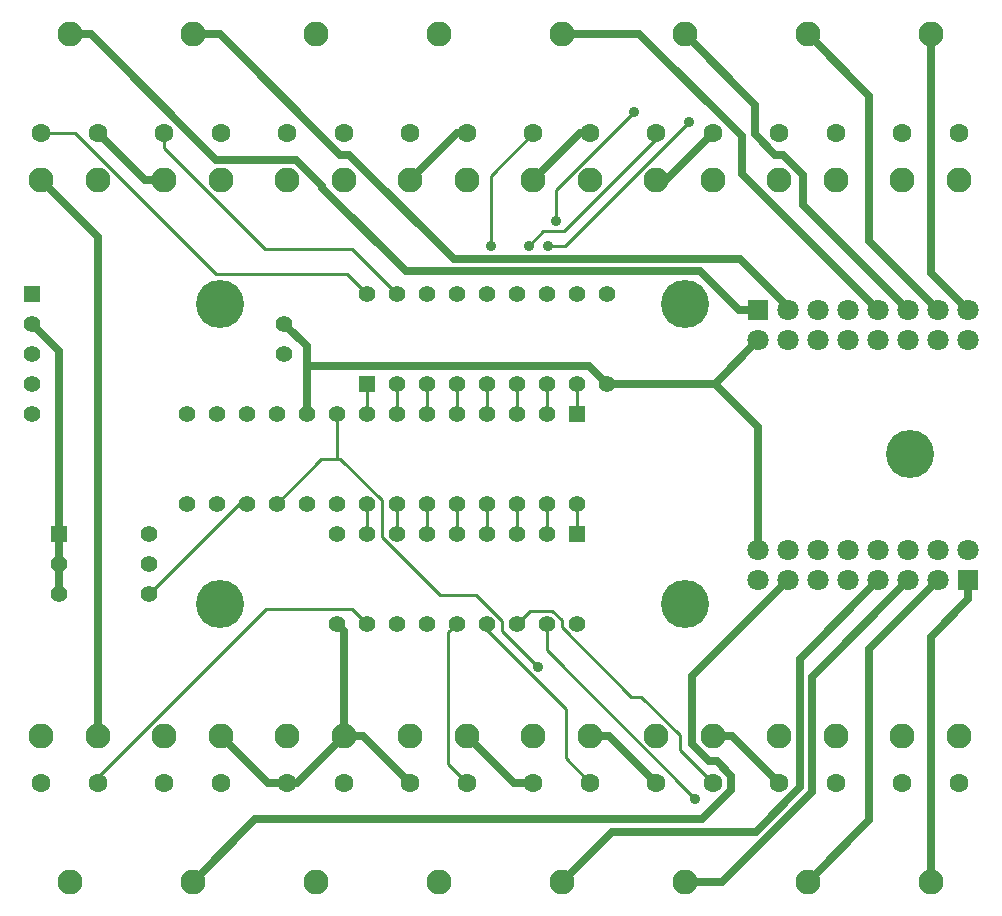
<source format=gbl>
G04 (created by PCBNEW (2013-07-07 BZR 4022)-stable) date 3/14/2014 4:09:09 PM*
%MOIN*%
G04 Gerber Fmt 3.4, Leading zero omitted, Abs format*
%FSLAX34Y34*%
G01*
G70*
G90*
G04 APERTURE LIST*
%ADD10C,0.00590551*%
%ADD11R,0.055X0.055*%
%ADD12C,0.055*%
%ADD13C,0.083*%
%ADD14C,0.063*%
%ADD15R,0.0708661X0.0708661*%
%ADD16C,0.0708661*%
%ADD17C,0.16*%
%ADD18C,0.035*%
%ADD19C,0.025*%
%ADD20C,0.01*%
G04 APERTURE END LIST*
G54D10*
G54D11*
X40250Y-37500D03*
G54D12*
X40250Y-38500D03*
X40250Y-39500D03*
X40250Y-40500D03*
X40250Y-41500D03*
G54D11*
X41150Y-45500D03*
G54D12*
X41150Y-46500D03*
X41150Y-47500D03*
X44150Y-47500D03*
X44150Y-46500D03*
X44150Y-45500D03*
X57400Y-41500D03*
X56400Y-41500D03*
X55400Y-41500D03*
X54400Y-41500D03*
X53400Y-41500D03*
X52400Y-41500D03*
X51400Y-41500D03*
X50400Y-41500D03*
X49400Y-41500D03*
X48400Y-41500D03*
X47400Y-41500D03*
X46400Y-41500D03*
X45400Y-41500D03*
G54D11*
X58400Y-41500D03*
G54D12*
X45400Y-44500D03*
X46400Y-44500D03*
X47400Y-44500D03*
X48400Y-44500D03*
X49400Y-44500D03*
X50400Y-44500D03*
X51400Y-44500D03*
X52400Y-44500D03*
X53400Y-44500D03*
X54400Y-44500D03*
X55400Y-44500D03*
X56400Y-44500D03*
X57400Y-44500D03*
X58400Y-44500D03*
G54D11*
X51400Y-40500D03*
G54D12*
X52400Y-40500D03*
X53400Y-40500D03*
X54400Y-40500D03*
X55400Y-40500D03*
X56400Y-40500D03*
X57400Y-40500D03*
X58400Y-40500D03*
X59400Y-40500D03*
X59400Y-37500D03*
X58400Y-37500D03*
X57400Y-37500D03*
X56400Y-37500D03*
X55400Y-37500D03*
X54400Y-37500D03*
X53400Y-37500D03*
X52400Y-37500D03*
X51400Y-37500D03*
G54D11*
X58400Y-45500D03*
G54D12*
X57400Y-45500D03*
X56400Y-45500D03*
X55400Y-45500D03*
X54400Y-45500D03*
X53400Y-45500D03*
X52400Y-45500D03*
X51400Y-45500D03*
X50400Y-45500D03*
X50400Y-48500D03*
X51400Y-48500D03*
X52400Y-48500D03*
X53400Y-48500D03*
X54400Y-48500D03*
X55400Y-48500D03*
X56400Y-48500D03*
X57400Y-48500D03*
X58400Y-48500D03*
X48650Y-39500D03*
X48650Y-38500D03*
G54D13*
X41500Y-28850D03*
G54D14*
X40550Y-32150D03*
X42450Y-32150D03*
G54D13*
X40550Y-33720D03*
X42450Y-33720D03*
X45600Y-28850D03*
G54D14*
X44650Y-32150D03*
X46550Y-32150D03*
G54D13*
X44650Y-33720D03*
X46550Y-33720D03*
X49700Y-28850D03*
G54D14*
X48750Y-32150D03*
X50650Y-32150D03*
G54D13*
X48750Y-33720D03*
X50650Y-33720D03*
X53800Y-28850D03*
G54D14*
X52850Y-32150D03*
X54750Y-32150D03*
G54D13*
X52850Y-33720D03*
X54750Y-33720D03*
X57900Y-28850D03*
G54D14*
X56950Y-32150D03*
X58850Y-32150D03*
G54D13*
X56950Y-33720D03*
X58850Y-33720D03*
X62000Y-28850D03*
G54D14*
X61050Y-32150D03*
X62950Y-32150D03*
G54D13*
X61050Y-33720D03*
X62950Y-33720D03*
X66100Y-28850D03*
G54D14*
X65150Y-32150D03*
X67050Y-32150D03*
G54D13*
X65150Y-33720D03*
X67050Y-33720D03*
X70200Y-28850D03*
G54D14*
X69250Y-32150D03*
X71150Y-32150D03*
G54D13*
X69250Y-33720D03*
X71150Y-33720D03*
X41500Y-57100D03*
G54D14*
X42450Y-53800D03*
X40550Y-53800D03*
G54D13*
X42450Y-52230D03*
X40550Y-52230D03*
X45600Y-57100D03*
G54D14*
X46550Y-53800D03*
X44650Y-53800D03*
G54D13*
X46550Y-52230D03*
X44650Y-52230D03*
X49700Y-57100D03*
G54D14*
X50650Y-53800D03*
X48750Y-53800D03*
G54D13*
X50650Y-52230D03*
X48750Y-52230D03*
X53800Y-57100D03*
G54D14*
X54750Y-53800D03*
X52850Y-53800D03*
G54D13*
X54750Y-52230D03*
X52850Y-52230D03*
X57900Y-57100D03*
G54D14*
X58850Y-53800D03*
X56950Y-53800D03*
G54D13*
X58850Y-52230D03*
X56950Y-52230D03*
X62000Y-57100D03*
G54D14*
X62950Y-53800D03*
X61050Y-53800D03*
G54D13*
X62950Y-52230D03*
X61050Y-52230D03*
X66100Y-57100D03*
G54D14*
X67050Y-53800D03*
X65150Y-53800D03*
G54D13*
X67050Y-52230D03*
X65150Y-52230D03*
X70200Y-57100D03*
G54D14*
X71150Y-53800D03*
X69250Y-53800D03*
G54D13*
X71150Y-52230D03*
X69250Y-52230D03*
G54D15*
X71450Y-47050D03*
G54D16*
X71450Y-46050D03*
X70450Y-47050D03*
X70450Y-46050D03*
X69450Y-47050D03*
X69450Y-46050D03*
X68450Y-47050D03*
X68450Y-46050D03*
X67450Y-47050D03*
X67450Y-46050D03*
X66450Y-47050D03*
X66450Y-46050D03*
X65450Y-47050D03*
X65450Y-46050D03*
X64450Y-47050D03*
X64450Y-46050D03*
G54D15*
X64450Y-38050D03*
G54D16*
X64450Y-39050D03*
X65450Y-38050D03*
X65450Y-39050D03*
X66450Y-38050D03*
X66450Y-39050D03*
X67450Y-38050D03*
X67450Y-39050D03*
X68450Y-38050D03*
X68450Y-39050D03*
X69450Y-38050D03*
X69450Y-39050D03*
X70450Y-38050D03*
X70450Y-39050D03*
X71450Y-38050D03*
X71450Y-39050D03*
G54D17*
X46500Y-47850D03*
X46500Y-37850D03*
X62000Y-37850D03*
X62000Y-47850D03*
X69500Y-42850D03*
G54D18*
X55540Y-35897D03*
X56805Y-35899D03*
X62132Y-31767D03*
X57431Y-35894D03*
X60325Y-31433D03*
X57709Y-35089D03*
X62349Y-54329D03*
X57116Y-49936D03*
G54D19*
X63580Y-52230D02*
X62950Y-52230D01*
X65150Y-53800D02*
X63580Y-52230D01*
X50650Y-48750D02*
X50400Y-48500D01*
X50650Y-52230D02*
X50650Y-48750D01*
X49080Y-53800D02*
X50650Y-52230D01*
X48750Y-53800D02*
X49080Y-53800D01*
X48120Y-53800D02*
X48750Y-53800D01*
X46550Y-52230D02*
X48120Y-53800D01*
X54420Y-32150D02*
X54750Y-32150D01*
X52850Y-33720D02*
X54420Y-32150D01*
X42450Y-35620D02*
X42450Y-52230D01*
X40550Y-33720D02*
X42450Y-35620D01*
X44020Y-33720D02*
X42450Y-32150D01*
X44650Y-33720D02*
X44020Y-33720D01*
X51280Y-52230D02*
X50650Y-52230D01*
X52850Y-53800D02*
X51280Y-52230D01*
X59480Y-52230D02*
X58850Y-52230D01*
X61050Y-53800D02*
X59480Y-52230D01*
X58520Y-32150D02*
X56950Y-33720D01*
X58850Y-32150D02*
X58520Y-32150D01*
X61380Y-33720D02*
X62950Y-32150D01*
X61050Y-33720D02*
X61380Y-33720D01*
X56320Y-53800D02*
X54750Y-52230D01*
X56950Y-53800D02*
X56320Y-53800D01*
X41150Y-46500D02*
X41150Y-47500D01*
X41150Y-39400D02*
X41150Y-45500D01*
X40250Y-38500D02*
X41150Y-39400D01*
X41150Y-45500D02*
X41150Y-46500D01*
X58824Y-39924D02*
X59400Y-40500D01*
X49400Y-39924D02*
X58824Y-39924D01*
X49400Y-39250D02*
X49400Y-39924D01*
X48650Y-38500D02*
X49400Y-39250D01*
X49400Y-39924D02*
X49400Y-41500D01*
X64450Y-41950D02*
X64450Y-46050D01*
X63000Y-40500D02*
X64450Y-41950D01*
X64450Y-39050D02*
X63000Y-40500D01*
X63000Y-40500D02*
X59400Y-40500D01*
G54D20*
X51400Y-45500D02*
X51400Y-44500D01*
X52400Y-44500D02*
X52400Y-45500D01*
X53400Y-45500D02*
X53400Y-44500D01*
X54400Y-45500D02*
X54400Y-44500D01*
X55400Y-45500D02*
X55400Y-44500D01*
X56400Y-45500D02*
X56400Y-44500D01*
X57400Y-45500D02*
X57400Y-44500D01*
X58400Y-45500D02*
X58400Y-44500D01*
X58400Y-40500D02*
X58400Y-41500D01*
X57400Y-40500D02*
X57400Y-41500D01*
X56400Y-40500D02*
X56400Y-41500D01*
X55400Y-40500D02*
X55400Y-41500D01*
X54400Y-40500D02*
X54400Y-41500D01*
X53400Y-40500D02*
X53400Y-41500D01*
X52400Y-40500D02*
X52400Y-41500D01*
X51400Y-40500D02*
X51400Y-41500D01*
X47150Y-44500D02*
X47400Y-44500D01*
X44150Y-47500D02*
X47150Y-44500D01*
X50905Y-36005D02*
X52400Y-37500D01*
X48029Y-36005D02*
X50905Y-36005D01*
X44650Y-32626D02*
X48029Y-36005D01*
X44650Y-32150D02*
X44650Y-32626D01*
X55540Y-33559D02*
X55540Y-35897D01*
X56950Y-32150D02*
X55540Y-33559D01*
X57281Y-35423D02*
X56805Y-35899D01*
X57973Y-35423D02*
X57281Y-35423D01*
X61050Y-32346D02*
X57973Y-35423D01*
X61050Y-32150D02*
X61050Y-32346D01*
X58005Y-35894D02*
X62132Y-31767D01*
X57431Y-35894D02*
X58005Y-35894D01*
X57709Y-34049D02*
X57709Y-35089D01*
X60325Y-31433D02*
X57709Y-34049D01*
X57400Y-49379D02*
X62349Y-54329D01*
X57400Y-48500D02*
X57400Y-49379D01*
X56839Y-48060D02*
X56400Y-48500D01*
X57578Y-48060D02*
X56839Y-48060D01*
X57900Y-48381D02*
X57578Y-48060D01*
X57900Y-48619D02*
X57900Y-48381D01*
X60210Y-50930D02*
X57900Y-48619D01*
X60562Y-50930D02*
X60210Y-50930D01*
X61844Y-52211D02*
X60562Y-50930D01*
X61844Y-52694D02*
X61844Y-52211D01*
X62950Y-53800D02*
X61844Y-52694D01*
X58034Y-52984D02*
X58850Y-53800D01*
X58034Y-51334D02*
X58034Y-52984D01*
X55400Y-48699D02*
X58034Y-51334D01*
X55400Y-48500D02*
X55400Y-48699D01*
X54112Y-48787D02*
X54400Y-48500D01*
X54112Y-53162D02*
X54112Y-48787D01*
X54750Y-53800D02*
X54112Y-53162D01*
X50904Y-48004D02*
X51400Y-48500D01*
X48054Y-48004D02*
X50904Y-48004D01*
X42450Y-53608D02*
X48054Y-48004D01*
X42450Y-53800D02*
X42450Y-53608D01*
X50735Y-36835D02*
X51400Y-37500D01*
X46369Y-36835D02*
X50735Y-36835D01*
X41684Y-32150D02*
X46369Y-36835D01*
X40550Y-32150D02*
X41684Y-32150D01*
G54D19*
X70200Y-48929D02*
X70200Y-57100D01*
X71450Y-47679D02*
X70200Y-48929D01*
X71450Y-47050D02*
X71450Y-47679D01*
X65450Y-37946D02*
X65450Y-38050D01*
X63856Y-36352D02*
X65450Y-37946D01*
X54301Y-36352D02*
X63856Y-36352D01*
X50812Y-32864D02*
X54301Y-36352D01*
X50523Y-32864D02*
X50812Y-32864D01*
X46509Y-28850D02*
X50523Y-32864D01*
X45600Y-28850D02*
X46509Y-28850D01*
X60495Y-28850D02*
X57900Y-28850D01*
X63901Y-32255D02*
X60495Y-28850D01*
X63901Y-33501D02*
X63901Y-32255D01*
X68450Y-38050D02*
X63901Y-33501D01*
X64343Y-31193D02*
X62000Y-28850D01*
X64343Y-32187D02*
X64343Y-31193D01*
X65021Y-32865D02*
X64343Y-32187D01*
X65283Y-32865D02*
X65021Y-32865D01*
X65955Y-33536D02*
X65283Y-32865D01*
X65955Y-34555D02*
X65955Y-33536D01*
X69450Y-38050D02*
X65955Y-34555D01*
X68150Y-30900D02*
X66100Y-28850D01*
X68150Y-35750D02*
X68150Y-30900D01*
X70450Y-38050D02*
X68150Y-35750D01*
X70200Y-36800D02*
X70200Y-28850D01*
X71450Y-38050D02*
X70200Y-36800D01*
X68150Y-55049D02*
X66100Y-57100D01*
X68150Y-49349D02*
X68150Y-55049D01*
X70450Y-47050D02*
X68150Y-49349D01*
X66240Y-50259D02*
X69450Y-47050D01*
X66240Y-54116D02*
X66240Y-50259D01*
X63256Y-57100D02*
X66240Y-54116D01*
X62000Y-57100D02*
X63256Y-57100D01*
X65840Y-49659D02*
X68450Y-47050D01*
X65840Y-53950D02*
X65840Y-49659D01*
X64363Y-55427D02*
X65840Y-53950D01*
X59572Y-55427D02*
X64363Y-55427D01*
X57900Y-57100D02*
X59572Y-55427D01*
X47674Y-55025D02*
X45600Y-57100D01*
X62569Y-55025D02*
X47674Y-55025D01*
X63560Y-54033D02*
X62569Y-55025D01*
X63560Y-53574D02*
X63560Y-54033D01*
X63071Y-53084D02*
X63560Y-53574D01*
X62824Y-53084D02*
X63071Y-53084D01*
X62257Y-52517D02*
X62824Y-53084D01*
X62257Y-50242D02*
X62257Y-52517D01*
X65450Y-47050D02*
X62257Y-50242D01*
X64450Y-38050D02*
X63820Y-38050D01*
X62523Y-36753D02*
X63820Y-38050D01*
X52707Y-36753D02*
X62523Y-36753D01*
X49913Y-33959D02*
X52707Y-36753D01*
X49913Y-33901D02*
X49913Y-33959D01*
X49042Y-33029D02*
X49913Y-33901D01*
X46379Y-33029D02*
X49042Y-33029D01*
X42200Y-28850D02*
X46379Y-33029D01*
X41500Y-28850D02*
X42200Y-28850D01*
G54D20*
X49879Y-43020D02*
X50400Y-43020D01*
X48400Y-44500D02*
X49879Y-43020D01*
X50400Y-43020D02*
X50400Y-41500D01*
X55908Y-48728D02*
X57116Y-49936D01*
X55908Y-48404D02*
X55908Y-48728D01*
X55058Y-47555D02*
X55908Y-48404D01*
X53849Y-47555D02*
X55058Y-47555D01*
X51900Y-45606D02*
X53849Y-47555D01*
X51900Y-44392D02*
X51900Y-45606D01*
X50527Y-43020D02*
X51900Y-44392D01*
X50400Y-43020D02*
X50527Y-43020D01*
M02*

</source>
